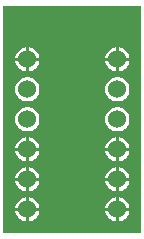
<source format=gbl>
G04*
G04 #@! TF.GenerationSoftware,Altium Limited,Altium Designer,22.9.1 (49)*
G04*
G04 Layer_Physical_Order=2*
G04 Layer_Color=16711680*
%FSLAX44Y44*%
%MOMM*%
G71*
G04*
G04 #@! TF.SameCoordinates,05789482-0283-4914-9F0E-1FA18675A4EC*
G04*
G04*
G04 #@! TF.FilePolarity,Positive*
G04*
G01*
G75*
%ADD18C,1.5240*%
%ADD19C,0.6350*%
G36*
X121820Y5179D02*
X5179D01*
Y198020D01*
X121820D01*
Y5179D01*
D02*
G37*
%LPC*%
G36*
X102938Y162560D02*
X102870D01*
Y153670D01*
X111760D01*
Y153738D01*
X111068Y156322D01*
X109730Y158638D01*
X107838Y160530D01*
X105522Y161868D01*
X102938Y162560D01*
D02*
G37*
G36*
X26738D02*
X26670D01*
Y153670D01*
X35560D01*
Y153738D01*
X34868Y156322D01*
X33530Y158638D01*
X31638Y160530D01*
X29322Y161868D01*
X26738Y162560D01*
D02*
G37*
G36*
X100330D02*
X100262D01*
X97678Y161868D01*
X95362Y160530D01*
X93470Y158638D01*
X92132Y156322D01*
X91440Y153738D01*
Y153670D01*
X100330D01*
Y162560D01*
D02*
G37*
G36*
X24130D02*
X24062D01*
X21478Y161868D01*
X19162Y160530D01*
X17270Y158638D01*
X15932Y156322D01*
X15240Y153738D01*
Y153670D01*
X24130D01*
Y162560D01*
D02*
G37*
G36*
X111760Y151130D02*
X102870D01*
Y142240D01*
X102938D01*
X105522Y142932D01*
X107838Y144270D01*
X109730Y146162D01*
X111068Y148478D01*
X111760Y151062D01*
Y151130D01*
D02*
G37*
G36*
X100330D02*
X91440D01*
Y151062D01*
X92132Y148478D01*
X93470Y146162D01*
X95362Y144270D01*
X97678Y142932D01*
X100262Y142240D01*
X100330D01*
Y151130D01*
D02*
G37*
G36*
X35560D02*
X26670D01*
Y142240D01*
X26738D01*
X29322Y142932D01*
X31638Y144270D01*
X33530Y146162D01*
X34868Y148478D01*
X35560Y151062D01*
Y151130D01*
D02*
G37*
G36*
X24130D02*
X15240D01*
Y151062D01*
X15932Y148478D01*
X17270Y146162D01*
X19162Y144270D01*
X21478Y142932D01*
X24062Y142240D01*
X24130D01*
Y151130D01*
D02*
G37*
G36*
X102938Y137160D02*
X100262D01*
X97678Y136468D01*
X95362Y135130D01*
X93470Y133238D01*
X92132Y130922D01*
X91440Y128338D01*
Y125662D01*
X92132Y123078D01*
X93470Y120762D01*
X95362Y118870D01*
X97678Y117532D01*
X100262Y116840D01*
X102938D01*
X105522Y117532D01*
X107838Y118870D01*
X109730Y120762D01*
X111068Y123078D01*
X111760Y125662D01*
Y128338D01*
X111068Y130922D01*
X109730Y133238D01*
X107838Y135130D01*
X105522Y136468D01*
X102938Y137160D01*
D02*
G37*
G36*
X26738D02*
X24062D01*
X21478Y136468D01*
X19162Y135130D01*
X17270Y133238D01*
X15932Y130922D01*
X15240Y128338D01*
Y125662D01*
X15932Y123078D01*
X17270Y120762D01*
X19162Y118870D01*
X21478Y117532D01*
X24062Y116840D01*
X26738D01*
X29322Y117532D01*
X31638Y118870D01*
X33530Y120762D01*
X34868Y123078D01*
X35560Y125662D01*
Y128338D01*
X34868Y130922D01*
X33530Y133238D01*
X31638Y135130D01*
X29322Y136468D01*
X26738Y137160D01*
D02*
G37*
G36*
X102938Y111760D02*
X100262D01*
X97678Y111068D01*
X95362Y109730D01*
X93470Y107838D01*
X92132Y105522D01*
X91440Y102938D01*
Y100262D01*
X92132Y97678D01*
X93470Y95362D01*
X95362Y93470D01*
X97678Y92132D01*
X100262Y91440D01*
X102938D01*
X105522Y92132D01*
X107838Y93470D01*
X109730Y95362D01*
X111068Y97678D01*
X111760Y100262D01*
Y102938D01*
X111068Y105522D01*
X109730Y107838D01*
X107838Y109730D01*
X105522Y111068D01*
X102938Y111760D01*
D02*
G37*
G36*
X26738D02*
X24062D01*
X21478Y111068D01*
X19162Y109730D01*
X17270Y107838D01*
X15932Y105522D01*
X15240Y102938D01*
Y100262D01*
X15932Y97678D01*
X17270Y95362D01*
X19162Y93470D01*
X21478Y92132D01*
X24062Y91440D01*
X26738D01*
X29322Y92132D01*
X31638Y93470D01*
X33530Y95362D01*
X34868Y97678D01*
X35560Y100262D01*
Y102938D01*
X34868Y105522D01*
X33530Y107838D01*
X31638Y109730D01*
X29322Y111068D01*
X26738Y111760D01*
D02*
G37*
G36*
X102938Y86360D02*
X102870D01*
Y77470D01*
X111760D01*
Y77538D01*
X111068Y80122D01*
X109730Y82438D01*
X107838Y84330D01*
X105522Y85668D01*
X102938Y86360D01*
D02*
G37*
G36*
X26738D02*
X26670D01*
Y77470D01*
X35560D01*
Y77538D01*
X34868Y80122D01*
X33530Y82438D01*
X31638Y84330D01*
X29322Y85668D01*
X26738Y86360D01*
D02*
G37*
G36*
X100330D02*
X100262D01*
X97678Y85668D01*
X95362Y84330D01*
X93470Y82438D01*
X92132Y80122D01*
X91440Y77538D01*
Y77470D01*
X100330D01*
Y86360D01*
D02*
G37*
G36*
X24130D02*
X24062D01*
X21478Y85668D01*
X19162Y84330D01*
X17270Y82438D01*
X15932Y80122D01*
X15240Y77538D01*
Y77470D01*
X24130D01*
Y86360D01*
D02*
G37*
G36*
X111760Y74930D02*
X102870D01*
Y66040D01*
X102938D01*
X105522Y66732D01*
X107838Y68070D01*
X109730Y69962D01*
X111068Y72278D01*
X111760Y74862D01*
Y74930D01*
D02*
G37*
G36*
X100330D02*
X91440D01*
Y74862D01*
X92132Y72278D01*
X93470Y69962D01*
X95362Y68070D01*
X97678Y66732D01*
X100262Y66040D01*
X100330D01*
Y74930D01*
D02*
G37*
G36*
X35560D02*
X26670D01*
Y66040D01*
X26738D01*
X29322Y66732D01*
X31638Y68070D01*
X33530Y69962D01*
X34868Y72278D01*
X35560Y74862D01*
Y74930D01*
D02*
G37*
G36*
X24130D02*
X15240D01*
Y74862D01*
X15932Y72278D01*
X17270Y69962D01*
X19162Y68070D01*
X21478Y66732D01*
X24062Y66040D01*
X24130D01*
Y74930D01*
D02*
G37*
G36*
X102938Y60960D02*
X102870D01*
Y52070D01*
X111760D01*
Y52138D01*
X111068Y54722D01*
X109730Y57038D01*
X107838Y58930D01*
X105522Y60268D01*
X102938Y60960D01*
D02*
G37*
G36*
X26738D02*
X26670D01*
Y52070D01*
X35560D01*
Y52138D01*
X34868Y54722D01*
X33530Y57038D01*
X31638Y58930D01*
X29322Y60268D01*
X26738Y60960D01*
D02*
G37*
G36*
X100330D02*
X100262D01*
X97678Y60268D01*
X95362Y58930D01*
X93470Y57038D01*
X92132Y54722D01*
X91440Y52138D01*
Y52070D01*
X100330D01*
Y60960D01*
D02*
G37*
G36*
X24130D02*
X24062D01*
X21478Y60268D01*
X19162Y58930D01*
X17270Y57038D01*
X15932Y54722D01*
X15240Y52138D01*
Y52070D01*
X24130D01*
Y60960D01*
D02*
G37*
G36*
X111760Y49530D02*
X102870D01*
Y40640D01*
X102938D01*
X105522Y41332D01*
X107838Y42670D01*
X109730Y44562D01*
X111068Y46878D01*
X111760Y49462D01*
Y49530D01*
D02*
G37*
G36*
X100330D02*
X91440D01*
Y49462D01*
X92132Y46878D01*
X93470Y44562D01*
X95362Y42670D01*
X97678Y41332D01*
X100262Y40640D01*
X100330D01*
Y49530D01*
D02*
G37*
G36*
X35560D02*
X26670D01*
Y40640D01*
X26738D01*
X29322Y41332D01*
X31638Y42670D01*
X33530Y44562D01*
X34868Y46878D01*
X35560Y49462D01*
Y49530D01*
D02*
G37*
G36*
X24130D02*
X15240D01*
Y49462D01*
X15932Y46878D01*
X17270Y44562D01*
X19162Y42670D01*
X21478Y41332D01*
X24062Y40640D01*
X24130D01*
Y49530D01*
D02*
G37*
G36*
X102938Y35560D02*
X102870D01*
Y26670D01*
X111760D01*
Y26738D01*
X111068Y29322D01*
X109730Y31638D01*
X107838Y33530D01*
X105522Y34868D01*
X102938Y35560D01*
D02*
G37*
G36*
X26738D02*
X26670D01*
Y26670D01*
X35560D01*
Y26738D01*
X34868Y29322D01*
X33530Y31638D01*
X31638Y33530D01*
X29322Y34868D01*
X26738Y35560D01*
D02*
G37*
G36*
X100330D02*
X100262D01*
X97678Y34868D01*
X95362Y33530D01*
X93470Y31638D01*
X92132Y29322D01*
X91440Y26738D01*
Y26670D01*
X100330D01*
Y35560D01*
D02*
G37*
G36*
X24130D02*
X24062D01*
X21478Y34868D01*
X19162Y33530D01*
X17270Y31638D01*
X15932Y29322D01*
X15240Y26738D01*
Y26670D01*
X24130D01*
Y35560D01*
D02*
G37*
G36*
X111760Y24130D02*
X102870D01*
Y15240D01*
X102938D01*
X105522Y15932D01*
X107838Y17270D01*
X109730Y19162D01*
X111068Y21478D01*
X111760Y24062D01*
Y24130D01*
D02*
G37*
G36*
X100330D02*
X91440D01*
Y24062D01*
X92132Y21478D01*
X93470Y19162D01*
X95362Y17270D01*
X97678Y15932D01*
X100262Y15240D01*
X100330D01*
Y24130D01*
D02*
G37*
G36*
X35560D02*
X26670D01*
Y15240D01*
X26738D01*
X29322Y15932D01*
X31638Y17270D01*
X33530Y19162D01*
X34868Y21478D01*
X35560Y24062D01*
Y24130D01*
D02*
G37*
G36*
X24130D02*
X15240D01*
Y24062D01*
X15932Y21478D01*
X17270Y19162D01*
X19162Y17270D01*
X21478Y15932D01*
X24062Y15240D01*
X24130D01*
Y24130D01*
D02*
G37*
%LPD*%
D18*
X101600Y50800D02*
D03*
Y25400D02*
D03*
Y76200D02*
D03*
Y101600D02*
D03*
Y127000D02*
D03*
Y152400D02*
D03*
X25400Y50800D02*
D03*
Y25400D02*
D03*
Y76200D02*
D03*
Y101600D02*
D03*
Y127000D02*
D03*
Y152400D02*
D03*
D19*
X72390Y148590D02*
D03*
Y91440D02*
D03*
X54610Y41910D02*
D03*
X43180Y114300D02*
D03*
M02*

</source>
